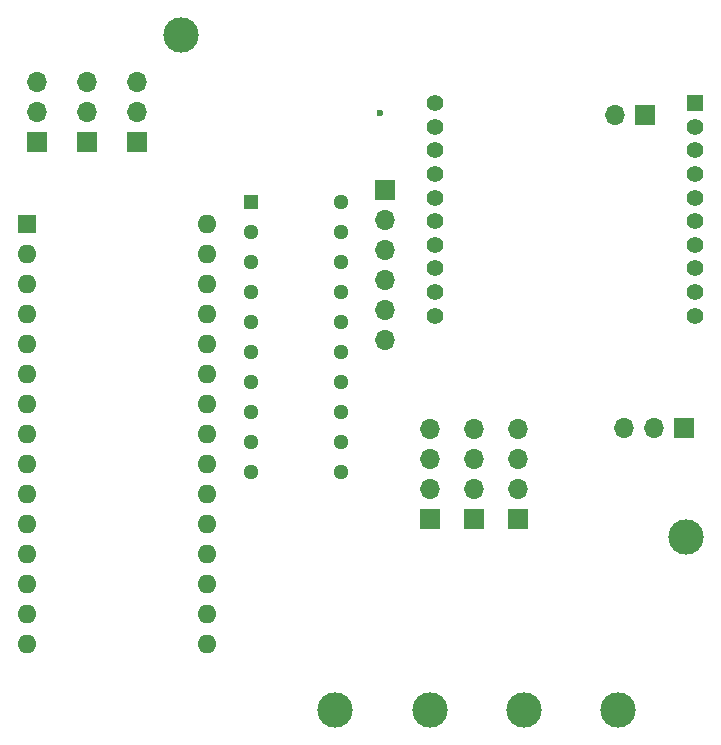
<source format=gbr>
%TF.GenerationSoftware,KiCad,Pcbnew,(5.99.0-9885-g7a8abcadd2)*%
%TF.CreationDate,2021-03-25T06:13:52-06:00*%
%TF.ProjectId,spinnybot-motherboad,7370696e-6e79-4626-9f74-2d6d6f746865,rev?*%
%TF.SameCoordinates,Original*%
%TF.FileFunction,Soldermask,Bot*%
%TF.FilePolarity,Negative*%
%FSLAX46Y46*%
G04 Gerber Fmt 4.6, Leading zero omitted, Abs format (unit mm)*
G04 Created by KiCad (PCBNEW (5.99.0-9885-g7a8abcadd2)) date 2021-03-25 06:13:52*
%MOMM*%
%LPD*%
G01*
G04 APERTURE LIST*
%ADD10C,0.600000*%
%ADD11R,1.700000X1.700000*%
%ADD12O,1.700000X1.700000*%
%ADD13C,3.000000*%
%ADD14R,1.295400X1.295400*%
%ADD15C,1.295400*%
%ADD16R,1.600000X1.600000*%
%ADD17O,1.600000X1.600000*%
%ADD18R,1.400000X1.400000*%
%ADD19C,1.400000*%
G04 APERTURE END LIST*
D10*
%TO.C,TP1*%
X110290146Y-60613486D03*
%TD*%
D11*
%TO.C,J15*%
X122000000Y-95000000D03*
D12*
X122000000Y-92460000D03*
X122000000Y-89920000D03*
X122000000Y-87380000D03*
%TD*%
D11*
%TO.C,J3*%
X89750000Y-63010000D03*
D12*
X89750000Y-60470000D03*
X89750000Y-57930000D03*
%TD*%
D13*
%TO.C,H5*%
X136250000Y-96500000D03*
%TD*%
%TO.C,H2*%
X106500000Y-111100000D03*
%TD*%
D14*
%TO.C,U1*%
X99380000Y-68140000D03*
D15*
X99380000Y-70680000D03*
X99380000Y-73220000D03*
X99380000Y-75760000D03*
X99380000Y-78300000D03*
X99380000Y-80840000D03*
X99380000Y-83380000D03*
X99380000Y-85920000D03*
X99380000Y-88460000D03*
X99380000Y-91000000D03*
X107000000Y-91000000D03*
X107000000Y-88460000D03*
X107000000Y-85920000D03*
X107000000Y-83380000D03*
X107000000Y-80840000D03*
X107000000Y-78300000D03*
X107000000Y-75760000D03*
X107000000Y-73220000D03*
X107000000Y-70680000D03*
X107000000Y-68140000D03*
%TD*%
D13*
%TO.C,H1*%
X93500000Y-54000000D03*
%TD*%
%TO.C,H6*%
X122500000Y-111100000D03*
%TD*%
D11*
%TO.C,J1*%
X81250000Y-63040000D03*
D12*
X81250000Y-60500000D03*
X81250000Y-57960000D03*
%TD*%
D11*
%TO.C,J6*%
X136025000Y-87250000D03*
D12*
X133485000Y-87250000D03*
X130945000Y-87250000D03*
%TD*%
D11*
%TO.C,J4*%
X132775000Y-60750000D03*
D12*
X130235000Y-60750000D03*
%TD*%
D16*
%TO.C,A1*%
X80390000Y-69950000D03*
D17*
X80390000Y-72490000D03*
X80390000Y-75030000D03*
X80390000Y-77570000D03*
X80390000Y-80110000D03*
X80390000Y-82650000D03*
X80390000Y-85190000D03*
X80390000Y-87730000D03*
X80390000Y-90270000D03*
X80390000Y-92810000D03*
X80390000Y-95350000D03*
X80390000Y-97890000D03*
X80390000Y-100430000D03*
X80390000Y-102970000D03*
X80390000Y-105510000D03*
X95630000Y-105510000D03*
X95630000Y-102970000D03*
X95630000Y-100430000D03*
X95630000Y-97890000D03*
X95630000Y-95350000D03*
X95630000Y-92810000D03*
X95630000Y-90270000D03*
X95630000Y-87730000D03*
X95630000Y-85190000D03*
X95630000Y-82650000D03*
X95630000Y-80110000D03*
X95630000Y-77570000D03*
X95630000Y-75030000D03*
X95630000Y-72490000D03*
X95630000Y-69950000D03*
%TD*%
D11*
%TO.C,J2*%
X85500000Y-63040000D03*
D12*
X85500000Y-60500000D03*
X85500000Y-57960000D03*
%TD*%
D11*
%TO.C,J5*%
X110750000Y-67150000D03*
D12*
X110750000Y-69690000D03*
X110750000Y-72230000D03*
X110750000Y-74770000D03*
X110750000Y-77310000D03*
X110750000Y-79850000D03*
%TD*%
D11*
%TO.C,J17*%
X114500000Y-95000000D03*
D12*
X114500000Y-92460000D03*
X114500000Y-89920000D03*
X114500000Y-87380000D03*
%TD*%
D13*
%TO.C,H3*%
X114500000Y-111100000D03*
%TD*%
%TO.C,H4*%
X130500000Y-111100000D03*
%TD*%
D11*
%TO.C,J16*%
X118250000Y-95000000D03*
D12*
X118250000Y-92460000D03*
X118250000Y-89920000D03*
X118250000Y-87380000D03*
%TD*%
D18*
%TO.C,U5*%
X137000000Y-59750000D03*
D19*
X137000000Y-61750000D03*
X137000000Y-63750000D03*
X137000000Y-65750000D03*
X137000000Y-67750000D03*
X137000000Y-69750000D03*
X137000000Y-71750000D03*
X137000000Y-73750000D03*
X137000000Y-75750000D03*
X137000000Y-77750000D03*
X115000000Y-77750000D03*
X115000000Y-75750000D03*
X115000000Y-73750000D03*
X115000000Y-71750000D03*
X115000000Y-69750000D03*
X115000000Y-67750000D03*
X115000000Y-65750000D03*
X115000000Y-63750000D03*
X115000000Y-61750000D03*
X115000000Y-59750000D03*
%TD*%
M02*

</source>
